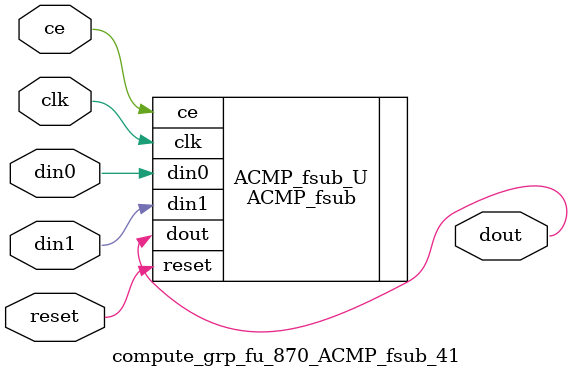
<source format=v>

`timescale 1 ns / 1 ps
module compute_grp_fu_870_ACMP_fsub_41(
    clk,
    reset,
    ce,
    din0,
    din1,
    dout);

parameter ID = 32'd1;
parameter NUM_STAGE = 32'd1;
parameter din0_WIDTH = 32'd1;
parameter din1_WIDTH = 32'd1;
parameter dout_WIDTH = 32'd1;
input clk;
input reset;
input ce;
input[din0_WIDTH - 1:0] din0;
input[din1_WIDTH - 1:0] din1;
output[dout_WIDTH - 1:0] dout;



ACMP_fsub #(
.ID( ID ),
.NUM_STAGE( 4 ),
.din0_WIDTH( din0_WIDTH ),
.din1_WIDTH( din1_WIDTH ),
.dout_WIDTH( dout_WIDTH ))
ACMP_fsub_U(
    .clk( clk ),
    .reset( reset ),
    .ce( ce ),
    .din0( din0 ),
    .din1( din1 ),
    .dout( dout ));

endmodule

</source>
